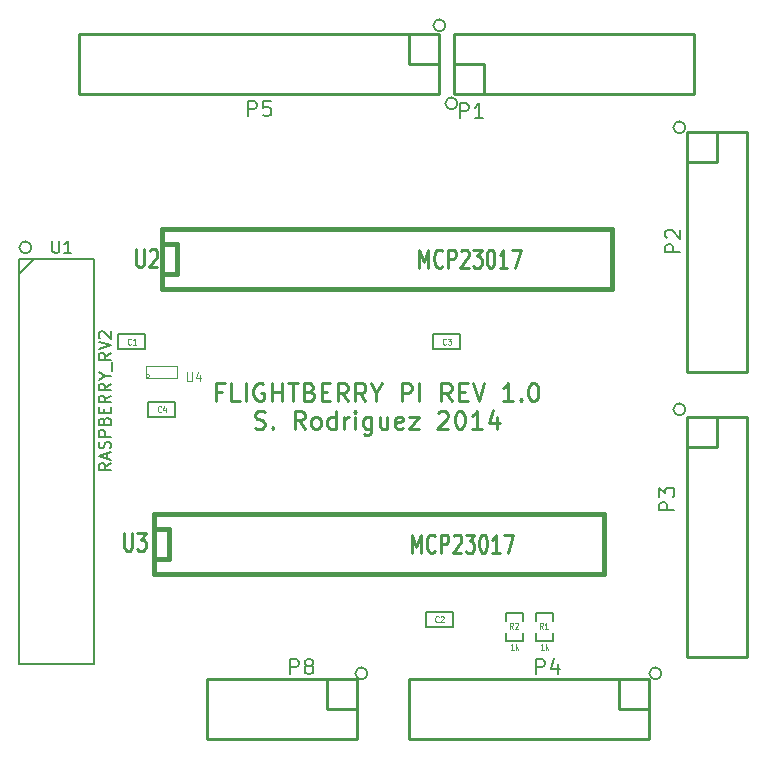
<source format=gto>
%FSLAX34Y34*%
G04 Gerber Fmt 3.4, Leading zero omitted, Abs format*
G04 (created by PCBNEW (2014-04-07 BZR 4791)-product) date ons  9 apr 2014 20:50:23*
%MOIN*%
G01*
G70*
G90*
G04 APERTURE LIST*
%ADD10C,0.003937*%
%ADD11C,0.007874*%
%ADD12C,0.009843*%
%ADD13C,0.010000*%
%ADD14C,0.005000*%
%ADD15C,0.005906*%
%ADD16C,0.015000*%
%ADD17C,0.003100*%
%ADD18C,0.008000*%
%ADD19C,0.004500*%
%ADD20C,0.011250*%
%ADD21C,0.012000*%
%ADD22C,0.004700*%
%ADD23C,0.003900*%
G04 APERTURE END LIST*
G54D10*
G54D11*
X31400Y-37600D02*
G75*
G03X31400Y-37600I-200J0D01*
G74*
G01*
X45200Y-30200D02*
G75*
G03X45200Y-30200I-200J0D01*
G74*
G01*
X45600Y-32800D02*
G75*
G03X45600Y-32800I-200J0D01*
G74*
G01*
X53200Y-33600D02*
G75*
G03X53200Y-33600I-200J0D01*
G74*
G01*
X53200Y-43000D02*
G75*
G03X53200Y-43000I-200J0D01*
G74*
G01*
X52400Y-51800D02*
G75*
G03X52400Y-51800I-200J0D01*
G74*
G01*
X42600Y-51800D02*
G75*
G03X42600Y-51800I-200J0D01*
G74*
G01*
G54D12*
X37753Y-42408D02*
X37556Y-42408D01*
X37556Y-42717D02*
X37556Y-42127D01*
X37837Y-42127D01*
X38343Y-42717D02*
X38062Y-42717D01*
X38062Y-42127D01*
X38540Y-42717D02*
X38540Y-42127D01*
X39131Y-42155D02*
X39074Y-42127D01*
X38990Y-42127D01*
X38906Y-42155D01*
X38849Y-42211D01*
X38821Y-42267D01*
X38793Y-42380D01*
X38793Y-42464D01*
X38821Y-42577D01*
X38849Y-42633D01*
X38906Y-42689D01*
X38990Y-42717D01*
X39046Y-42717D01*
X39131Y-42689D01*
X39159Y-42661D01*
X39159Y-42464D01*
X39046Y-42464D01*
X39412Y-42717D02*
X39412Y-42127D01*
X39412Y-42408D02*
X39749Y-42408D01*
X39749Y-42717D02*
X39749Y-42127D01*
X39946Y-42127D02*
X40284Y-42127D01*
X40115Y-42717D02*
X40115Y-42127D01*
X40677Y-42408D02*
X40762Y-42436D01*
X40790Y-42464D01*
X40818Y-42521D01*
X40818Y-42605D01*
X40790Y-42661D01*
X40762Y-42689D01*
X40705Y-42717D01*
X40480Y-42717D01*
X40480Y-42127D01*
X40677Y-42127D01*
X40733Y-42155D01*
X40762Y-42183D01*
X40790Y-42239D01*
X40790Y-42296D01*
X40762Y-42352D01*
X40733Y-42380D01*
X40677Y-42408D01*
X40480Y-42408D01*
X41071Y-42408D02*
X41268Y-42408D01*
X41352Y-42717D02*
X41071Y-42717D01*
X41071Y-42127D01*
X41352Y-42127D01*
X41943Y-42717D02*
X41746Y-42436D01*
X41605Y-42717D02*
X41605Y-42127D01*
X41830Y-42127D01*
X41886Y-42155D01*
X41915Y-42183D01*
X41943Y-42239D01*
X41943Y-42324D01*
X41915Y-42380D01*
X41886Y-42408D01*
X41830Y-42436D01*
X41605Y-42436D01*
X42533Y-42717D02*
X42336Y-42436D01*
X42196Y-42717D02*
X42196Y-42127D01*
X42421Y-42127D01*
X42477Y-42155D01*
X42505Y-42183D01*
X42533Y-42239D01*
X42533Y-42324D01*
X42505Y-42380D01*
X42477Y-42408D01*
X42421Y-42436D01*
X42196Y-42436D01*
X42899Y-42436D02*
X42899Y-42717D01*
X42702Y-42127D02*
X42899Y-42436D01*
X43096Y-42127D01*
X43742Y-42717D02*
X43742Y-42127D01*
X43967Y-42127D01*
X44024Y-42155D01*
X44052Y-42183D01*
X44080Y-42239D01*
X44080Y-42324D01*
X44052Y-42380D01*
X44024Y-42408D01*
X43967Y-42436D01*
X43742Y-42436D01*
X44333Y-42717D02*
X44333Y-42127D01*
X45402Y-42717D02*
X45205Y-42436D01*
X45064Y-42717D02*
X45064Y-42127D01*
X45289Y-42127D01*
X45345Y-42155D01*
X45374Y-42183D01*
X45402Y-42239D01*
X45402Y-42324D01*
X45374Y-42380D01*
X45345Y-42408D01*
X45289Y-42436D01*
X45064Y-42436D01*
X45655Y-42408D02*
X45852Y-42408D01*
X45936Y-42717D02*
X45655Y-42717D01*
X45655Y-42127D01*
X45936Y-42127D01*
X46105Y-42127D02*
X46302Y-42717D01*
X46498Y-42127D01*
X47455Y-42717D02*
X47117Y-42717D01*
X47286Y-42717D02*
X47286Y-42127D01*
X47230Y-42211D01*
X47173Y-42267D01*
X47117Y-42296D01*
X47708Y-42661D02*
X47736Y-42689D01*
X47708Y-42717D01*
X47679Y-42689D01*
X47708Y-42661D01*
X47708Y-42717D01*
X48101Y-42127D02*
X48158Y-42127D01*
X48214Y-42155D01*
X48242Y-42183D01*
X48270Y-42239D01*
X48298Y-42352D01*
X48298Y-42492D01*
X48270Y-42605D01*
X48242Y-42661D01*
X48214Y-42689D01*
X48158Y-42717D01*
X48101Y-42717D01*
X48045Y-42689D01*
X48017Y-42661D01*
X47989Y-42605D01*
X47961Y-42492D01*
X47961Y-42352D01*
X47989Y-42239D01*
X48017Y-42183D01*
X48045Y-42155D01*
X48101Y-42127D01*
X38849Y-43615D02*
X38934Y-43643D01*
X39074Y-43643D01*
X39131Y-43615D01*
X39159Y-43586D01*
X39187Y-43530D01*
X39187Y-43474D01*
X39159Y-43418D01*
X39131Y-43390D01*
X39074Y-43361D01*
X38962Y-43333D01*
X38906Y-43305D01*
X38877Y-43277D01*
X38849Y-43221D01*
X38849Y-43165D01*
X38877Y-43108D01*
X38906Y-43080D01*
X38962Y-43052D01*
X39102Y-43052D01*
X39187Y-43080D01*
X39440Y-43586D02*
X39468Y-43615D01*
X39440Y-43643D01*
X39412Y-43615D01*
X39440Y-43586D01*
X39440Y-43643D01*
X40508Y-43643D02*
X40312Y-43361D01*
X40171Y-43643D02*
X40171Y-43052D01*
X40396Y-43052D01*
X40452Y-43080D01*
X40480Y-43108D01*
X40508Y-43165D01*
X40508Y-43249D01*
X40480Y-43305D01*
X40452Y-43333D01*
X40396Y-43361D01*
X40171Y-43361D01*
X40846Y-43643D02*
X40790Y-43615D01*
X40762Y-43586D01*
X40733Y-43530D01*
X40733Y-43361D01*
X40762Y-43305D01*
X40790Y-43277D01*
X40846Y-43249D01*
X40930Y-43249D01*
X40987Y-43277D01*
X41015Y-43305D01*
X41043Y-43361D01*
X41043Y-43530D01*
X41015Y-43586D01*
X40987Y-43615D01*
X40930Y-43643D01*
X40846Y-43643D01*
X41549Y-43643D02*
X41549Y-43052D01*
X41549Y-43615D02*
X41493Y-43643D01*
X41380Y-43643D01*
X41324Y-43615D01*
X41296Y-43586D01*
X41268Y-43530D01*
X41268Y-43361D01*
X41296Y-43305D01*
X41324Y-43277D01*
X41380Y-43249D01*
X41493Y-43249D01*
X41549Y-43277D01*
X41830Y-43643D02*
X41830Y-43249D01*
X41830Y-43361D02*
X41858Y-43305D01*
X41886Y-43277D01*
X41943Y-43249D01*
X41999Y-43249D01*
X42196Y-43643D02*
X42196Y-43249D01*
X42196Y-43052D02*
X42168Y-43080D01*
X42196Y-43108D01*
X42224Y-43080D01*
X42196Y-43052D01*
X42196Y-43108D01*
X42730Y-43249D02*
X42730Y-43727D01*
X42702Y-43783D01*
X42674Y-43811D01*
X42618Y-43839D01*
X42533Y-43839D01*
X42477Y-43811D01*
X42730Y-43615D02*
X42674Y-43643D01*
X42561Y-43643D01*
X42505Y-43615D01*
X42477Y-43586D01*
X42449Y-43530D01*
X42449Y-43361D01*
X42477Y-43305D01*
X42505Y-43277D01*
X42561Y-43249D01*
X42674Y-43249D01*
X42730Y-43277D01*
X43264Y-43249D02*
X43264Y-43643D01*
X43011Y-43249D02*
X43011Y-43558D01*
X43039Y-43615D01*
X43096Y-43643D01*
X43180Y-43643D01*
X43236Y-43615D01*
X43264Y-43586D01*
X43771Y-43615D02*
X43714Y-43643D01*
X43602Y-43643D01*
X43546Y-43615D01*
X43517Y-43558D01*
X43517Y-43333D01*
X43546Y-43277D01*
X43602Y-43249D01*
X43714Y-43249D01*
X43771Y-43277D01*
X43799Y-43333D01*
X43799Y-43390D01*
X43517Y-43446D01*
X43996Y-43249D02*
X44305Y-43249D01*
X43996Y-43643D01*
X44305Y-43643D01*
X44952Y-43108D02*
X44980Y-43080D01*
X45036Y-43052D01*
X45177Y-43052D01*
X45233Y-43080D01*
X45261Y-43108D01*
X45289Y-43165D01*
X45289Y-43221D01*
X45261Y-43305D01*
X44924Y-43643D01*
X45289Y-43643D01*
X45655Y-43052D02*
X45711Y-43052D01*
X45767Y-43080D01*
X45795Y-43108D01*
X45823Y-43165D01*
X45852Y-43277D01*
X45852Y-43418D01*
X45823Y-43530D01*
X45795Y-43586D01*
X45767Y-43615D01*
X45711Y-43643D01*
X45655Y-43643D01*
X45598Y-43615D01*
X45570Y-43586D01*
X45542Y-43530D01*
X45514Y-43418D01*
X45514Y-43277D01*
X45542Y-43165D01*
X45570Y-43108D01*
X45598Y-43080D01*
X45655Y-43052D01*
X46414Y-43643D02*
X46077Y-43643D01*
X46245Y-43643D02*
X46245Y-43052D01*
X46189Y-43136D01*
X46133Y-43193D01*
X46077Y-43221D01*
X46920Y-43249D02*
X46920Y-43643D01*
X46780Y-43024D02*
X46639Y-43446D01*
X47005Y-43446D01*
G54D13*
X53500Y-30500D02*
X45500Y-30500D01*
X46500Y-32500D02*
X53500Y-32500D01*
X53500Y-30500D02*
X53500Y-32500D01*
X45500Y-30500D02*
X45500Y-31500D01*
X45500Y-32500D02*
X46500Y-32500D01*
X45500Y-31500D02*
X46500Y-31500D01*
X46500Y-31500D02*
X46500Y-32500D01*
X45500Y-32500D02*
X45500Y-31500D01*
X55250Y-41750D02*
X55250Y-33750D01*
X53250Y-34750D02*
X53250Y-41750D01*
X55250Y-41750D02*
X53250Y-41750D01*
X55250Y-33750D02*
X54250Y-33750D01*
X53250Y-33750D02*
X53250Y-34750D01*
X54250Y-33750D02*
X54250Y-34750D01*
X54250Y-34750D02*
X53250Y-34750D01*
X53250Y-33750D02*
X54250Y-33750D01*
X55250Y-51250D02*
X55250Y-43250D01*
X53250Y-44250D02*
X53250Y-51250D01*
X55250Y-51250D02*
X53250Y-51250D01*
X55250Y-43250D02*
X54250Y-43250D01*
X53250Y-43250D02*
X53250Y-44250D01*
X54250Y-43250D02*
X54250Y-44250D01*
X54250Y-44250D02*
X53250Y-44250D01*
X53250Y-43250D02*
X54250Y-43250D01*
X44000Y-54000D02*
X52000Y-54000D01*
X51000Y-52000D02*
X44000Y-52000D01*
X44000Y-54000D02*
X44000Y-52000D01*
X52000Y-54000D02*
X52000Y-53000D01*
X52000Y-52000D02*
X51000Y-52000D01*
X52000Y-53000D02*
X51000Y-53000D01*
X51000Y-53000D02*
X51000Y-52000D01*
X52000Y-52000D02*
X52000Y-53000D01*
X33000Y-32500D02*
X45000Y-32500D01*
X44000Y-30500D02*
X33000Y-30500D01*
X33000Y-32500D02*
X33000Y-30500D01*
X45000Y-32500D02*
X45000Y-31500D01*
X45000Y-30500D02*
X44000Y-30500D01*
X45000Y-31500D02*
X44000Y-31500D01*
X44000Y-31500D02*
X44000Y-30500D01*
X45000Y-30500D02*
X45000Y-31500D01*
X42250Y-54000D02*
X37250Y-54000D01*
X37250Y-54000D02*
X37250Y-52000D01*
X37250Y-52000D02*
X41250Y-52000D01*
X42250Y-54000D02*
X42250Y-53000D01*
X42250Y-52000D02*
X41250Y-52000D01*
X42250Y-53000D02*
X41250Y-53000D01*
X41250Y-53000D02*
X41250Y-52000D01*
X42250Y-52000D02*
X42250Y-53000D01*
G54D14*
X48225Y-50447D02*
X48225Y-50725D01*
X48225Y-50725D02*
X48775Y-50725D01*
X48775Y-50725D02*
X48775Y-50447D01*
X48225Y-49775D02*
X48225Y-50053D01*
X48225Y-49775D02*
X48775Y-49775D01*
X48775Y-49775D02*
X48775Y-50053D01*
X47225Y-50447D02*
X47225Y-50725D01*
X47225Y-50725D02*
X47775Y-50725D01*
X47775Y-50725D02*
X47775Y-50447D01*
X47225Y-49775D02*
X47225Y-50053D01*
X47225Y-49775D02*
X47775Y-49775D01*
X47775Y-49775D02*
X47775Y-50053D01*
G54D15*
X31000Y-38500D02*
X31500Y-38000D01*
X31000Y-38000D02*
X33500Y-38000D01*
X33500Y-38000D02*
X33500Y-51500D01*
X33500Y-51500D02*
X31000Y-51500D01*
X31000Y-51500D02*
X31000Y-38000D01*
G54D16*
X35750Y-37000D02*
X50750Y-37000D01*
X50750Y-37000D02*
X50750Y-39000D01*
X50750Y-39000D02*
X35750Y-39000D01*
X35750Y-39000D02*
X35750Y-37000D01*
X35750Y-37500D02*
X36250Y-37500D01*
X36250Y-37500D02*
X36250Y-38500D01*
X36250Y-38500D02*
X35750Y-38500D01*
X35500Y-46500D02*
X50500Y-46500D01*
X50500Y-46500D02*
X50500Y-48500D01*
X50500Y-48500D02*
X35500Y-48500D01*
X35500Y-48500D02*
X35500Y-46500D01*
X35500Y-47000D02*
X36000Y-47000D01*
X36000Y-47000D02*
X36000Y-48000D01*
X36000Y-48000D02*
X35500Y-48000D01*
G54D14*
X35200Y-41000D02*
X34300Y-41000D01*
X34300Y-41000D02*
X34300Y-40500D01*
X34300Y-40500D02*
X35200Y-40500D01*
X35200Y-40500D02*
X35200Y-41000D01*
X44550Y-49750D02*
X45450Y-49750D01*
X45450Y-49750D02*
X45450Y-50250D01*
X45450Y-50250D02*
X44550Y-50250D01*
X44550Y-50250D02*
X44550Y-49750D01*
X44800Y-40500D02*
X45700Y-40500D01*
X45700Y-40500D02*
X45700Y-41000D01*
X45700Y-41000D02*
X44800Y-41000D01*
X44800Y-41000D02*
X44800Y-40500D01*
X36200Y-43250D02*
X35300Y-43250D01*
X35300Y-43250D02*
X35300Y-42750D01*
X35300Y-42750D02*
X36200Y-42750D01*
X36200Y-42750D02*
X36200Y-43250D01*
G54D17*
X35349Y-41888D02*
G75*
G03X35349Y-41888I-62J0D01*
G74*
G01*
X36250Y-41550D02*
X36250Y-41950D01*
X35225Y-41550D02*
X35225Y-41950D01*
X36250Y-41950D02*
X35225Y-41950D01*
X35225Y-41550D02*
X36250Y-41550D01*
G54D18*
X45693Y-33297D02*
X45693Y-32797D01*
X45884Y-32797D01*
X45932Y-32820D01*
X45955Y-32844D01*
X45979Y-32892D01*
X45979Y-32963D01*
X45955Y-33011D01*
X45932Y-33035D01*
X45884Y-33058D01*
X45693Y-33058D01*
X46455Y-33297D02*
X46170Y-33297D01*
X46312Y-33297D02*
X46312Y-32797D01*
X46265Y-32868D01*
X46217Y-32916D01*
X46170Y-32939D01*
X53026Y-37769D02*
X52526Y-37769D01*
X52526Y-37578D01*
X52550Y-37530D01*
X52573Y-37507D01*
X52621Y-37483D01*
X52692Y-37483D01*
X52740Y-37507D01*
X52764Y-37530D01*
X52788Y-37578D01*
X52788Y-37769D01*
X52573Y-37292D02*
X52550Y-37269D01*
X52526Y-37221D01*
X52526Y-37102D01*
X52550Y-37054D01*
X52573Y-37030D01*
X52621Y-37007D01*
X52669Y-37007D01*
X52740Y-37030D01*
X53026Y-37316D01*
X53026Y-37007D01*
X52826Y-46369D02*
X52326Y-46369D01*
X52326Y-46178D01*
X52350Y-46130D01*
X52373Y-46107D01*
X52421Y-46083D01*
X52492Y-46083D01*
X52540Y-46107D01*
X52564Y-46130D01*
X52588Y-46178D01*
X52588Y-46369D01*
X52326Y-45916D02*
X52326Y-45607D01*
X52516Y-45773D01*
X52516Y-45702D01*
X52540Y-45654D01*
X52564Y-45630D01*
X52611Y-45607D01*
X52730Y-45607D01*
X52778Y-45630D01*
X52802Y-45654D01*
X52826Y-45702D01*
X52826Y-45845D01*
X52802Y-45892D01*
X52778Y-45916D01*
X48230Y-51826D02*
X48230Y-51326D01*
X48421Y-51326D01*
X48469Y-51350D01*
X48492Y-51373D01*
X48516Y-51421D01*
X48516Y-51492D01*
X48492Y-51540D01*
X48469Y-51564D01*
X48421Y-51588D01*
X48230Y-51588D01*
X48945Y-51492D02*
X48945Y-51826D01*
X48826Y-51302D02*
X48707Y-51659D01*
X49016Y-51659D01*
X38630Y-33226D02*
X38630Y-32726D01*
X38821Y-32726D01*
X38869Y-32750D01*
X38892Y-32773D01*
X38916Y-32821D01*
X38916Y-32892D01*
X38892Y-32940D01*
X38869Y-32964D01*
X38821Y-32988D01*
X38630Y-32988D01*
X39369Y-32726D02*
X39130Y-32726D01*
X39107Y-32964D01*
X39130Y-32940D01*
X39178Y-32916D01*
X39297Y-32916D01*
X39345Y-32940D01*
X39369Y-32964D01*
X39392Y-33011D01*
X39392Y-33130D01*
X39369Y-33178D01*
X39345Y-33202D01*
X39297Y-33226D01*
X39178Y-33226D01*
X39130Y-33202D01*
X39107Y-33178D01*
X40030Y-51826D02*
X40030Y-51326D01*
X40221Y-51326D01*
X40269Y-51350D01*
X40292Y-51373D01*
X40316Y-51421D01*
X40316Y-51492D01*
X40292Y-51540D01*
X40269Y-51564D01*
X40221Y-51588D01*
X40030Y-51588D01*
X40602Y-51540D02*
X40554Y-51516D01*
X40530Y-51492D01*
X40507Y-51445D01*
X40507Y-51421D01*
X40530Y-51373D01*
X40554Y-51350D01*
X40602Y-51326D01*
X40697Y-51326D01*
X40745Y-51350D01*
X40769Y-51373D01*
X40792Y-51421D01*
X40792Y-51445D01*
X40769Y-51492D01*
X40745Y-51516D01*
X40697Y-51540D01*
X40602Y-51540D01*
X40554Y-51564D01*
X40530Y-51588D01*
X40507Y-51635D01*
X40507Y-51730D01*
X40530Y-51778D01*
X40554Y-51802D01*
X40602Y-51826D01*
X40697Y-51826D01*
X40745Y-51802D01*
X40769Y-51778D01*
X40792Y-51730D01*
X40792Y-51635D01*
X40769Y-51588D01*
X40745Y-51564D01*
X40697Y-51540D01*
G54D19*
X48445Y-50314D02*
X48385Y-50220D01*
X48342Y-50314D02*
X48342Y-50117D01*
X48410Y-50117D01*
X48427Y-50126D01*
X48436Y-50135D01*
X48445Y-50154D01*
X48445Y-50182D01*
X48436Y-50201D01*
X48427Y-50210D01*
X48410Y-50220D01*
X48342Y-50220D01*
X48616Y-50314D02*
X48513Y-50314D01*
X48565Y-50314D02*
X48565Y-50117D01*
X48547Y-50145D01*
X48530Y-50164D01*
X48513Y-50173D01*
X48478Y-51009D02*
X48375Y-51009D01*
X48427Y-51009D02*
X48427Y-50809D01*
X48410Y-50838D01*
X48392Y-50857D01*
X48375Y-50866D01*
X48555Y-51009D02*
X48555Y-50809D01*
X48572Y-50933D02*
X48624Y-51009D01*
X48624Y-50876D02*
X48555Y-50952D01*
X47445Y-50314D02*
X47385Y-50220D01*
X47342Y-50314D02*
X47342Y-50117D01*
X47410Y-50117D01*
X47427Y-50126D01*
X47436Y-50135D01*
X47445Y-50154D01*
X47445Y-50182D01*
X47436Y-50201D01*
X47427Y-50210D01*
X47410Y-50220D01*
X47342Y-50220D01*
X47513Y-50135D02*
X47522Y-50126D01*
X47539Y-50117D01*
X47582Y-50117D01*
X47599Y-50126D01*
X47607Y-50135D01*
X47616Y-50154D01*
X47616Y-50173D01*
X47607Y-50201D01*
X47505Y-50314D01*
X47616Y-50314D01*
X47478Y-51009D02*
X47375Y-51009D01*
X47427Y-51009D02*
X47427Y-50809D01*
X47410Y-50838D01*
X47392Y-50857D01*
X47375Y-50866D01*
X47555Y-51009D02*
X47555Y-50809D01*
X47572Y-50933D02*
X47624Y-51009D01*
X47624Y-50876D02*
X47555Y-50952D01*
G54D15*
X32100Y-37384D02*
X32100Y-37703D01*
X32118Y-37740D01*
X32137Y-37759D01*
X32175Y-37778D01*
X32250Y-37778D01*
X32287Y-37759D01*
X32306Y-37740D01*
X32325Y-37703D01*
X32325Y-37384D01*
X32718Y-37778D02*
X32493Y-37778D01*
X32606Y-37778D02*
X32606Y-37384D01*
X32568Y-37440D01*
X32531Y-37478D01*
X32493Y-37496D01*
X34036Y-44788D02*
X33848Y-44919D01*
X34036Y-45013D02*
X33642Y-45013D01*
X33642Y-44863D01*
X33661Y-44825D01*
X33680Y-44806D01*
X33717Y-44788D01*
X33773Y-44788D01*
X33811Y-44806D01*
X33830Y-44825D01*
X33848Y-44863D01*
X33848Y-45013D01*
X33923Y-44638D02*
X33923Y-44450D01*
X34036Y-44675D02*
X33642Y-44544D01*
X34036Y-44413D01*
X34017Y-44300D02*
X34036Y-44244D01*
X34036Y-44150D01*
X34017Y-44113D01*
X33998Y-44094D01*
X33961Y-44075D01*
X33923Y-44075D01*
X33886Y-44094D01*
X33867Y-44113D01*
X33848Y-44150D01*
X33830Y-44225D01*
X33811Y-44263D01*
X33792Y-44281D01*
X33755Y-44300D01*
X33717Y-44300D01*
X33680Y-44281D01*
X33661Y-44263D01*
X33642Y-44225D01*
X33642Y-44131D01*
X33661Y-44075D01*
X34036Y-43907D02*
X33642Y-43907D01*
X33642Y-43757D01*
X33661Y-43719D01*
X33680Y-43700D01*
X33717Y-43682D01*
X33773Y-43682D01*
X33811Y-43700D01*
X33830Y-43719D01*
X33848Y-43757D01*
X33848Y-43907D01*
X33830Y-43382D02*
X33848Y-43325D01*
X33867Y-43307D01*
X33905Y-43288D01*
X33961Y-43288D01*
X33998Y-43307D01*
X34017Y-43325D01*
X34036Y-43363D01*
X34036Y-43513D01*
X33642Y-43513D01*
X33642Y-43382D01*
X33661Y-43344D01*
X33680Y-43325D01*
X33717Y-43307D01*
X33755Y-43307D01*
X33792Y-43325D01*
X33811Y-43344D01*
X33830Y-43382D01*
X33830Y-43513D01*
X33830Y-43119D02*
X33830Y-42988D01*
X34036Y-42932D02*
X34036Y-43119D01*
X33642Y-43119D01*
X33642Y-42932D01*
X34036Y-42538D02*
X33848Y-42669D01*
X34036Y-42763D02*
X33642Y-42763D01*
X33642Y-42613D01*
X33661Y-42575D01*
X33680Y-42557D01*
X33717Y-42538D01*
X33773Y-42538D01*
X33811Y-42557D01*
X33830Y-42575D01*
X33848Y-42613D01*
X33848Y-42763D01*
X34036Y-42144D02*
X33848Y-42275D01*
X34036Y-42369D02*
X33642Y-42369D01*
X33642Y-42219D01*
X33661Y-42182D01*
X33680Y-42163D01*
X33717Y-42144D01*
X33773Y-42144D01*
X33811Y-42163D01*
X33830Y-42182D01*
X33848Y-42219D01*
X33848Y-42369D01*
X33848Y-41901D02*
X34036Y-41901D01*
X33642Y-42032D02*
X33848Y-41901D01*
X33642Y-41769D01*
X34073Y-41732D02*
X34073Y-41432D01*
X34036Y-41113D02*
X33848Y-41244D01*
X34036Y-41338D02*
X33642Y-41338D01*
X33642Y-41188D01*
X33661Y-41151D01*
X33680Y-41132D01*
X33717Y-41113D01*
X33773Y-41113D01*
X33811Y-41132D01*
X33830Y-41151D01*
X33848Y-41188D01*
X33848Y-41338D01*
X33642Y-41001D02*
X34036Y-40869D01*
X33642Y-40738D01*
X33680Y-40626D02*
X33661Y-40607D01*
X33642Y-40569D01*
X33642Y-40476D01*
X33661Y-40438D01*
X33680Y-40419D01*
X33717Y-40401D01*
X33755Y-40401D01*
X33811Y-40419D01*
X34036Y-40644D01*
X34036Y-40401D01*
G54D20*
X34893Y-37663D02*
X34893Y-38149D01*
X34914Y-38206D01*
X34936Y-38234D01*
X34979Y-38263D01*
X35064Y-38263D01*
X35107Y-38234D01*
X35129Y-38206D01*
X35150Y-38149D01*
X35150Y-37663D01*
X35343Y-37720D02*
X35364Y-37692D01*
X35407Y-37663D01*
X35514Y-37663D01*
X35557Y-37692D01*
X35579Y-37720D01*
X35600Y-37777D01*
X35600Y-37834D01*
X35579Y-37920D01*
X35321Y-38263D01*
X35600Y-38263D01*
G54D21*
G54D20*
X44328Y-38271D02*
X44328Y-37671D01*
X44478Y-38100D01*
X44628Y-37671D01*
X44628Y-38271D01*
X45100Y-38214D02*
X45078Y-38242D01*
X45014Y-38271D01*
X44971Y-38271D01*
X44907Y-38242D01*
X44864Y-38185D01*
X44842Y-38128D01*
X44821Y-38014D01*
X44821Y-37928D01*
X44842Y-37814D01*
X44864Y-37757D01*
X44907Y-37700D01*
X44971Y-37671D01*
X45014Y-37671D01*
X45078Y-37700D01*
X45100Y-37728D01*
X45292Y-38271D02*
X45292Y-37671D01*
X45464Y-37671D01*
X45507Y-37700D01*
X45528Y-37728D01*
X45550Y-37785D01*
X45550Y-37871D01*
X45528Y-37928D01*
X45507Y-37957D01*
X45464Y-37985D01*
X45292Y-37985D01*
X45721Y-37728D02*
X45742Y-37700D01*
X45785Y-37671D01*
X45892Y-37671D01*
X45935Y-37700D01*
X45957Y-37728D01*
X45978Y-37785D01*
X45978Y-37842D01*
X45957Y-37928D01*
X45700Y-38271D01*
X45978Y-38271D01*
X46128Y-37671D02*
X46407Y-37671D01*
X46257Y-37900D01*
X46321Y-37900D01*
X46364Y-37928D01*
X46385Y-37957D01*
X46407Y-38014D01*
X46407Y-38157D01*
X46385Y-38214D01*
X46364Y-38242D01*
X46321Y-38271D01*
X46192Y-38271D01*
X46150Y-38242D01*
X46128Y-38214D01*
X46685Y-37671D02*
X46728Y-37671D01*
X46771Y-37700D01*
X46792Y-37728D01*
X46814Y-37785D01*
X46835Y-37900D01*
X46835Y-38042D01*
X46814Y-38157D01*
X46792Y-38214D01*
X46771Y-38242D01*
X46728Y-38271D01*
X46685Y-38271D01*
X46642Y-38242D01*
X46621Y-38214D01*
X46600Y-38157D01*
X46578Y-38042D01*
X46578Y-37900D01*
X46600Y-37785D01*
X46621Y-37728D01*
X46642Y-37700D01*
X46685Y-37671D01*
X47264Y-38271D02*
X47007Y-38271D01*
X47135Y-38271D02*
X47135Y-37671D01*
X47092Y-37757D01*
X47050Y-37814D01*
X47007Y-37842D01*
X47414Y-37671D02*
X47714Y-37671D01*
X47521Y-38271D01*
G54D21*
G54D20*
X34499Y-47112D02*
X34499Y-47598D01*
X34521Y-47655D01*
X34542Y-47683D01*
X34585Y-47712D01*
X34671Y-47712D01*
X34713Y-47683D01*
X34735Y-47655D01*
X34756Y-47598D01*
X34756Y-47112D01*
X34928Y-47112D02*
X35206Y-47112D01*
X35056Y-47340D01*
X35121Y-47340D01*
X35163Y-47369D01*
X35185Y-47398D01*
X35206Y-47455D01*
X35206Y-47598D01*
X35185Y-47655D01*
X35163Y-47683D01*
X35121Y-47712D01*
X34992Y-47712D01*
X34949Y-47683D01*
X34928Y-47655D01*
G54D21*
G54D20*
X44078Y-47771D02*
X44078Y-47171D01*
X44228Y-47600D01*
X44378Y-47171D01*
X44378Y-47771D01*
X44850Y-47714D02*
X44828Y-47742D01*
X44764Y-47771D01*
X44721Y-47771D01*
X44657Y-47742D01*
X44614Y-47685D01*
X44592Y-47628D01*
X44571Y-47514D01*
X44571Y-47428D01*
X44592Y-47314D01*
X44614Y-47257D01*
X44657Y-47200D01*
X44721Y-47171D01*
X44764Y-47171D01*
X44828Y-47200D01*
X44850Y-47228D01*
X45042Y-47771D02*
X45042Y-47171D01*
X45214Y-47171D01*
X45257Y-47200D01*
X45278Y-47228D01*
X45300Y-47285D01*
X45300Y-47371D01*
X45278Y-47428D01*
X45257Y-47457D01*
X45214Y-47485D01*
X45042Y-47485D01*
X45471Y-47228D02*
X45492Y-47200D01*
X45535Y-47171D01*
X45642Y-47171D01*
X45685Y-47200D01*
X45707Y-47228D01*
X45728Y-47285D01*
X45728Y-47342D01*
X45707Y-47428D01*
X45450Y-47771D01*
X45728Y-47771D01*
X45878Y-47171D02*
X46157Y-47171D01*
X46007Y-47400D01*
X46071Y-47400D01*
X46114Y-47428D01*
X46135Y-47457D01*
X46157Y-47514D01*
X46157Y-47657D01*
X46135Y-47714D01*
X46114Y-47742D01*
X46071Y-47771D01*
X45942Y-47771D01*
X45900Y-47742D01*
X45878Y-47714D01*
X46435Y-47171D02*
X46478Y-47171D01*
X46521Y-47200D01*
X46542Y-47228D01*
X46564Y-47285D01*
X46585Y-47400D01*
X46585Y-47542D01*
X46564Y-47657D01*
X46542Y-47714D01*
X46521Y-47742D01*
X46478Y-47771D01*
X46435Y-47771D01*
X46392Y-47742D01*
X46371Y-47714D01*
X46350Y-47657D01*
X46328Y-47542D01*
X46328Y-47400D01*
X46350Y-47285D01*
X46371Y-47228D01*
X46392Y-47200D01*
X46435Y-47171D01*
X47014Y-47771D02*
X46757Y-47771D01*
X46885Y-47771D02*
X46885Y-47171D01*
X46842Y-47257D01*
X46800Y-47314D01*
X46757Y-47342D01*
X47164Y-47171D02*
X47464Y-47171D01*
X47271Y-47771D01*
G54D21*
G54D19*
X34720Y-40821D02*
X34711Y-40830D01*
X34685Y-40840D01*
X34668Y-40840D01*
X34642Y-40830D01*
X34625Y-40811D01*
X34617Y-40792D01*
X34608Y-40754D01*
X34608Y-40726D01*
X34617Y-40688D01*
X34625Y-40669D01*
X34642Y-40650D01*
X34668Y-40640D01*
X34685Y-40640D01*
X34711Y-40650D01*
X34720Y-40659D01*
X34891Y-40840D02*
X34788Y-40840D01*
X34840Y-40840D02*
X34840Y-40640D01*
X34822Y-40669D01*
X34805Y-40688D01*
X34788Y-40697D01*
X44970Y-50071D02*
X44961Y-50080D01*
X44935Y-50090D01*
X44918Y-50090D01*
X44892Y-50080D01*
X44875Y-50061D01*
X44867Y-50042D01*
X44858Y-50004D01*
X44858Y-49976D01*
X44867Y-49938D01*
X44875Y-49919D01*
X44892Y-49900D01*
X44918Y-49890D01*
X44935Y-49890D01*
X44961Y-49900D01*
X44970Y-49909D01*
X45038Y-49909D02*
X45047Y-49900D01*
X45064Y-49890D01*
X45107Y-49890D01*
X45124Y-49900D01*
X45132Y-49909D01*
X45141Y-49928D01*
X45141Y-49947D01*
X45132Y-49976D01*
X45030Y-50090D01*
X45141Y-50090D01*
X45220Y-40821D02*
X45211Y-40830D01*
X45185Y-40840D01*
X45168Y-40840D01*
X45142Y-40830D01*
X45125Y-40811D01*
X45117Y-40792D01*
X45108Y-40754D01*
X45108Y-40726D01*
X45117Y-40688D01*
X45125Y-40669D01*
X45142Y-40650D01*
X45168Y-40640D01*
X45185Y-40640D01*
X45211Y-40650D01*
X45220Y-40659D01*
X45280Y-40640D02*
X45391Y-40640D01*
X45331Y-40716D01*
X45357Y-40716D01*
X45374Y-40726D01*
X45382Y-40735D01*
X45391Y-40754D01*
X45391Y-40802D01*
X45382Y-40821D01*
X45374Y-40830D01*
X45357Y-40840D01*
X45305Y-40840D01*
X45288Y-40830D01*
X45280Y-40821D01*
X35720Y-43071D02*
X35711Y-43080D01*
X35685Y-43090D01*
X35668Y-43090D01*
X35642Y-43080D01*
X35625Y-43061D01*
X35617Y-43042D01*
X35608Y-43004D01*
X35608Y-42976D01*
X35617Y-42938D01*
X35625Y-42919D01*
X35642Y-42900D01*
X35668Y-42890D01*
X35685Y-42890D01*
X35711Y-42900D01*
X35720Y-42909D01*
X35874Y-42957D02*
X35874Y-43090D01*
X35831Y-42880D02*
X35788Y-43023D01*
X35900Y-43023D01*
G54D22*
X36582Y-41764D02*
X36582Y-42007D01*
X36596Y-42036D01*
X36611Y-42050D01*
X36639Y-42064D01*
X36696Y-42064D01*
X36725Y-42050D01*
X36739Y-42036D01*
X36753Y-42007D01*
X36753Y-41764D01*
X37025Y-41864D02*
X37025Y-42064D01*
X36953Y-41750D02*
X36882Y-41964D01*
X37068Y-41964D01*
G54D23*
M02*

</source>
